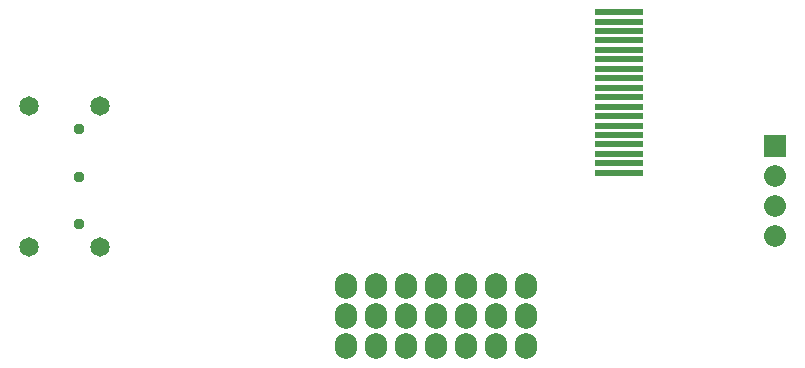
<source format=gbr>
G04 #@! TF.FileFunction,Soldermask,Bot*
%FSLAX46Y46*%
G04 Gerber Fmt 4.6, Leading zero omitted, Abs format (unit mm)*
G04 Created by KiCad (PCBNEW 4.0.2-stable) date 9/14/2017 6:50:28 PM*
%MOMM*%
G01*
G04 APERTURE LIST*
%ADD10C,0.100000*%
%ADD11R,4.152400X0.552400*%
%ADD12O,1.879600X2.184400*%
%ADD13C,1.652400*%
%ADD14C,0.952400*%
%ADD15R,1.852400X1.852400*%
%ADD16O,1.852400X1.852400*%
G04 APERTURE END LIST*
D10*
D11*
X156150000Y-67775000D03*
X156150000Y-68575000D03*
X156150000Y-69375000D03*
X156150000Y-70175000D03*
X156150000Y-70975000D03*
X156150000Y-71775000D03*
X156150000Y-72575000D03*
X156150000Y-73375000D03*
X156150000Y-74175000D03*
X156150000Y-74975000D03*
X156150000Y-75775000D03*
X156150000Y-76575000D03*
X156150000Y-77375000D03*
X156150000Y-78175000D03*
X156150000Y-78975000D03*
X156150000Y-79775000D03*
X156150000Y-80575000D03*
X156150000Y-81375000D03*
D12*
X133110000Y-96070000D03*
X135650000Y-96070000D03*
X138190000Y-96070000D03*
X140730000Y-96070000D03*
X143270000Y-96070000D03*
X145810000Y-96070000D03*
X148350000Y-96070000D03*
X148350000Y-93530000D03*
X145810000Y-93530000D03*
X143270000Y-93530000D03*
X140730000Y-93530000D03*
X138190000Y-93530000D03*
X135650000Y-93530000D03*
X133110000Y-93530000D03*
X133110000Y-90990000D03*
X135650000Y-90990000D03*
X138190000Y-90990000D03*
X140730000Y-90990000D03*
X143270000Y-90990000D03*
X145810000Y-90990000D03*
X148350000Y-90990000D03*
D13*
X106225000Y-75700000D03*
X106225000Y-87700000D03*
X112225000Y-87700000D03*
X112225000Y-75700000D03*
D14*
X110475000Y-85700000D03*
X110475000Y-81700000D03*
X110475000Y-77700000D03*
D15*
X169375000Y-79125000D03*
D16*
X169375000Y-81665000D03*
X169375000Y-84205000D03*
X169375000Y-86745000D03*
M02*

</source>
